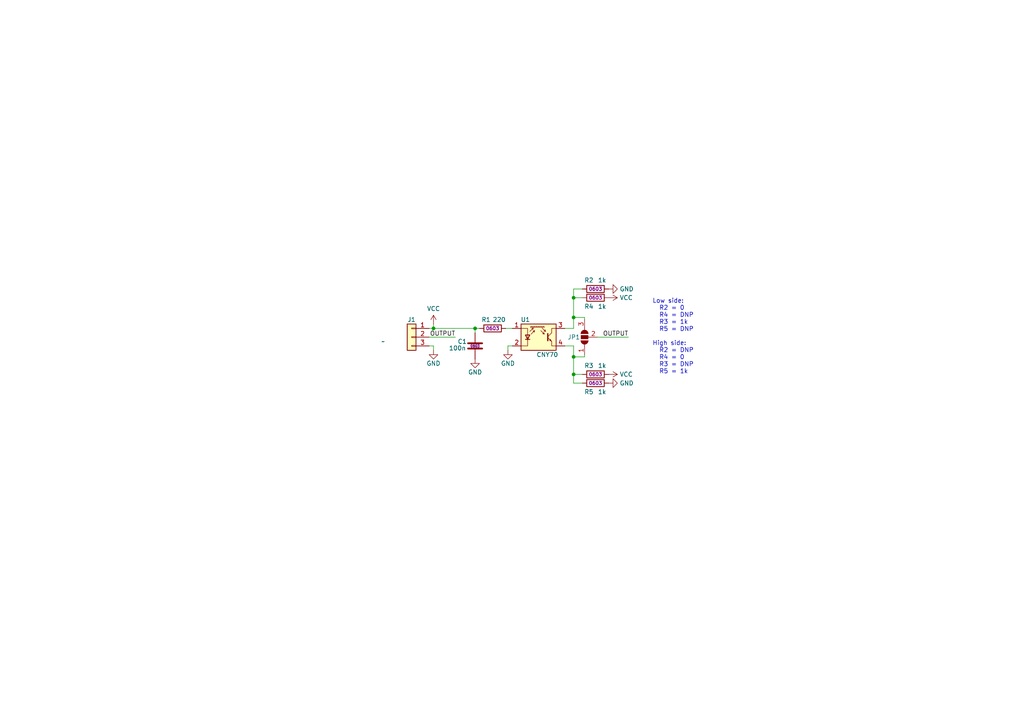
<source format=kicad_sch>
(kicad_sch (version 20230121) (generator eeschema)
  (paper "A4")
  (lib_symbols
    (symbol "Connector_Generic:Conn_01x03" (pin_names (offset 1.016) hide)
      (property "Reference" "J" (at 0 5.08 0))
      (property "Value" "Conn_01x03" (at 0 -5.08 0))
      (symbol "Conn_01x03_1_1"
        (rectangle (start -1.27 -2.413) (end 0 -2.667) (stroke (width 0.1524)))
        (rectangle (start -1.27 0.127) (end 0 -0.127) (stroke (width 0.1524)))
        (rectangle (start -1.27 2.667) (end 0 2.413) (stroke (width 0.1524)))
        (rectangle (start -1.27 3.81) (end 1.27 -3.81) (stroke (width 0.254)) (fill (type background)))
        (pin passive line (at -5.08 2.54 0) (length 3.81) (name "Pin_1") (number "1"))
        (pin passive line (at -5.08 0 0) (length 3.81) (name "Pin_2") (number "2"))
        (pin passive line (at -5.08 -2.54 0) (length 3.81) (name "Pin_3") (number "3"))
      )
    )
    (symbol "Device:C" (pin_numbers hide) (pin_names (offset 0.254))
      (property "Reference" "C" (at 0.635 2.54 0))
      (property "Value" "C" (at 0.635 -2.54 0))
      (symbol "C_0_1"
        (polyline (pts (xy -2.032 -0.762) (xy 2.032 -0.762)) (stroke (width 0.508)))
        (polyline (pts (xy -2.032 0.762) (xy 2.032 0.762)) (stroke (width 0.508)))
      )
      (symbol "C_1_1"
        (pin passive line (at 0 3.81 270) (length 2.794) (name "~") (number "1"))
        (pin passive line (at 0 -3.81 90) (length 2.794) (name "~") (number "2"))
      )
    )
    (symbol "Device:R" (pin_numbers hide) (pin_names (offset 0))
      (property "Reference" "R" (at 2.032 0 90))
      (property "Value" "R" (at 0 0 90))
      (symbol "R_0_1"
        (rectangle (start -1.016 -2.54) (end 1.016 2.54) (stroke (width 0.254)))
      )
      (symbol "R_1_1"
        (pin passive line (at 0 3.81 270) (length 1.27) (name "~") (number "1"))
        (pin passive line (at 0 -3.81 90) (length 1.27) (name "~") (number "2"))
      )
    )
    (symbol "Jumper:SolderJumper_3_Open" (pin_names (offset 0) hide)
      (property "Reference" "JP" (at -2.54 -2.54 0))
      (property "Value" "SolderJumper_3_Open" (at 0 2.794 0))
      (symbol "SolderJumper_3_Open_0_1"
        (arc (start -1.016 1.016) (mid -2.0276 0) (end -1.016 -1.016))
        (arc (start -1.016 1.016) (mid -2.0276 0) (end -1.016 -1.016) (fill (type outline)))
        (rectangle (start -0.508 1.016) (end 0.508 -1.016) (fill (type outline)))
        (polyline (pts (xy -2.54 0) (xy -2.032 0)))
        (polyline (pts (xy -1.016 1.016) (xy -1.016 -1.016)))
        (polyline (pts (xy 0 -1.27) (xy 0 -1.016)))
        (polyline (pts (xy 1.016 1.016) (xy 1.016 -1.016)))
        (polyline (pts (xy 2.54 0) (xy 2.032 0)))
        (arc (start 1.016 -1.016) (mid 2.0276 0) (end 1.016 1.016))
        (arc (start 1.016 -1.016) (mid 2.0276 0) (end 1.016 1.016) (fill (type outline)))
      )
      (symbol "SolderJumper_3_Open_1_1"
        (pin passive line (at -5.08 0 0) (length 2.54) (name "A") (number "1"))
        (pin passive line (at 0 -3.81 90) (length 2.54) (name "C") (number "2"))
        (pin passive line (at 5.08 0 180) (length 2.54) (name "B") (number "3"))
      )
    )
    (symbol "Sensor_Proximity:CNY70" (pin_names (offset 1.016) hide)
      (property "Reference" "U" (at -5.08 5.08 0))
      (property "Value" "CNY70" (at 5.08 5.08 0))
      (symbol "CNY70_0_1"
        (polyline (pts (xy -3.81 -0.635) (xy -2.54 -0.635)) (stroke (width 0.254)))
        (polyline (pts (xy -2.286 2.921) (xy -2.032 3.175)))
        (polyline (pts (xy -1.778 2.921) (xy -1.524 3.175)))
        (polyline (pts (xy -1.524 2.667) (xy -1.651 2.159)))
        (polyline (pts (xy -1.27 2.921) (xy -1.016 3.175)))
        (polyline (pts (xy -1.143 1.905) (xy -1.27 1.397)))
        (polyline (pts (xy -0.762 2.921) (xy -0.508 3.175)))
        (polyline (pts (xy -0.254 2.921) (xy 0 3.175)))
        (polyline (pts (xy 0.254 2.921) (xy 0.508 3.175)))
        (polyline (pts (xy 0.762 2.921) (xy 1.016 3.175)))
        (polyline (pts (xy 1.27 2.921) (xy 1.524 3.175)))
        (polyline (pts (xy 1.651 0.889) (xy 1.143 1.016)))
        (polyline (pts (xy 1.778 2.921) (xy -2.413 2.921)))
        (polyline (pts (xy 2.032 1.651) (xy 1.524 1.778)))
        (polyline (pts (xy 2.667 -0.127) (xy 3.81 -1.27)))
        (polyline (pts (xy 2.667 0.127) (xy 3.81 1.27)))
        (polyline (pts (xy -2.54 1.651) (xy -1.524 2.667) (xy -2.032 2.54)))
        (polyline (pts (xy -2.159 0.889) (xy -1.143 1.905) (xy -1.651 1.778)))
        (polyline (pts (xy 0.635 1.905) (xy 1.651 0.889) (xy 1.524 1.397)))
        (polyline (pts (xy 1.016 2.667) (xy 2.032 1.651) (xy 1.905 2.159)))
        (polyline (pts (xy 2.667 1.016) (xy 2.667 -1.016) (xy 2.667 -1.016)) (stroke (width 0.3556)))
        (polyline (pts (xy 3.81 -1.27) (xy 3.81 -2.54) (xy 5.08 -2.54)))
        (polyline (pts (xy 3.81 1.27) (xy 3.81 2.54) (xy 5.08 2.54)))
        (polyline (pts (xy -5.08 -2.54) (xy -3.175 -2.54) (xy -3.175 2.54) (xy -5.08 2.54)))
        (polyline (pts (xy -3.175 -0.635) (xy -3.81 0.635) (xy -2.54 0.635) (xy -3.175 -0.635)) (stroke (width 0.254)))
        (polyline (pts (xy 3.683 -1.143) (xy 3.429 -0.635) (xy 3.175 -0.889) (xy 3.683 -1.143)))
        (polyline (pts (xy -5.08 -3.81) (xy 5.08 -3.81) (xy 5.08 3.81) (xy -5.08 3.81) (xy -5.08 -3.81)) (stroke (width 0.254)) (fill (type background)))
      )
      (symbol "CNY70_1_1"
        (pin passive line (at -7.62 2.54 0) (length 2.54) (name "A") (number "1"))
        (pin passive line (at -7.62 -2.54 0) (length 2.54) (name "K") (number "2"))
        (pin open_collector line (at 7.62 2.54 180) (length 2.54) (name "C") (number "3"))
        (pin open_emitter line (at 7.62 -2.54 180) (length 2.54) (name "E") (number "4"))
      )
    )
    (symbol "power:GND" (power) (pin_names (offset 0))
      (property "Value" "GND" (at 0 -3.81 0))
      (symbol "GND_0_1"
        (polyline (pts (xy 0 0) (xy 0 -1.27) (xy 1.27 -1.27) (xy 0 -2.54) (xy -1.27 -1.27) (xy 0 -1.27)))
      )
      (symbol "GND_1_1"
        (pin power_in line (at 0 0 270) (length 0) hide (name "GND") (number "1"))
      )
    )
    (symbol "power:VCC" (power) (pin_names (offset 0))
      (property "Value" "VCC" (at 0 3.81 0))
      (symbol "VCC_0_1"
        (polyline (pts (xy -0.762 1.27) (xy 0 2.54)))
        (polyline (pts (xy 0 0) (xy 0 2.54)))
        (polyline (pts (xy 0 2.54) (xy 0.762 1.27)))
      )
      (symbol "VCC_1_1"
        (pin power_in line (at 0 0 90) (length 0) hide (name "VCC") (number "1"))
      )
    )
  )
  (junction (at 166.37 103.505))
  (junction (at 166.37 86.36))
  (junction (at 137.795 95.25))
  (junction (at 125.73 95.25))
  (junction (at 166.37 108.585))
  (junction (at 166.37 92.075))
  (wire (pts (xy 148.59 100.33) (xy 147.32 100.33)))
  (wire (pts (xy 168.91 83.82) (xy 166.37 83.82)))
  (wire (pts (xy 125.73 100.33) (xy 124.46 100.33)))
  (wire (pts (xy 166.37 108.585) (xy 166.37 111.125)))
  (wire (pts (xy 163.83 95.25) (xy 166.37 95.25)))
  (wire (pts (xy 163.83 100.33) (xy 166.37 100.33)))
  (wire (pts (xy 169.545 92.075) (xy 166.37 92.075)))
  (wire (pts (xy 166.37 111.125) (xy 168.91 111.125)))
  (wire (pts (xy 137.795 95.25) (xy 139.065 95.25)))
  (wire (pts (xy 166.37 103.505) (xy 166.37 108.585)))
  (wire (pts (xy 124.46 97.79) (xy 132.08 97.79)))
  (wire (pts (xy 166.37 86.36) (xy 166.37 92.075)))
  (wire (pts (xy 125.73 93.98) (xy 125.73 95.25)))
  (wire (pts (xy 124.46 95.25) (xy 125.73 95.25)))
  (wire (pts (xy 166.37 92.075) (xy 166.37 95.25)))
  (wire (pts (xy 147.32 100.33) (xy 147.32 101.6)))
  (wire (pts (xy 146.685 95.25) (xy 148.59 95.25)))
  (wire (pts (xy 166.37 108.585) (xy 168.91 108.585)))
  (wire (pts (xy 166.37 100.33) (xy 166.37 103.505)))
  (wire (pts (xy 169.545 92.71) (xy 169.545 92.075)))
  (wire (pts (xy 166.37 103.505) (xy 169.545 103.505)))
  (wire (pts (xy 125.73 101.6) (xy 125.73 100.33)))
  (wire (pts (xy 168.91 86.36) (xy 166.37 86.36)))
  (wire (pts (xy 169.545 102.87) (xy 169.545 103.505)))
  (wire (pts (xy 173.355 97.79) (xy 182.245 97.79)))
  (wire (pts (xy 166.37 83.82) (xy 166.37 86.36)))
  (wire (pts (xy 137.795 96.52) (xy 137.795 95.25)))
  (wire (pts (xy 125.73 95.25) (xy 137.795 95.25)))
  (text "Low side:\n  R2 = 0\n  R4 = DNP\n  R3 = 1k\n  R5 = DNP\n\nHigh side:\n  R2 = DNP\n  R4 = 0\n  R3 = DNP\n  R5 = 1k\n" (at 189.23 108.585 0) (effects (font (size 1.27 1.27)) (justify left bottom)))
  (label "OUTPUT" (at 182.245 97.79 180))
  (label "OUTPUT" (at 132.08 97.79 180))
  (symbol (lib_id "power:VCC") (at 176.53 86.36 270) (unit 1)
    (property "Reference" "#PWR06" (effects hide))
    (property "Value" "VCC" (at 179.705 86.36 90) (effects (justify left)))
  )
  (symbol (lib_id "power:VCC") (at 176.53 108.585 270) (unit 1)
    (property "Reference" "#PWR07" (effects hide))
    (property "Value" "VCC" (at 179.705 108.585 90) (effects (justify left)))
  )
  (symbol (lib_id "Jumper:SolderJumper_3_Open") (at 169.545 97.79 90) (unit 1)
    (property "Reference" "JP1" (at 168.275 97.79 90) (effects (justify left)))
    (property "Value" "SolderJumper_3_Open" (effects hide))
    (property "Footprint" "Jumper:SolderJumper-3_P1.3mm_Open_RoundedPad1.0x1.5mm" (effects hide))
  )
  (symbol (lib_id "Device:R") (at 142.875 95.25 90) (unit 1)
    (property "Reference" "R1" (at 140.97 92.71 90))
    (property "Value" "220" (at 144.78 92.71 90))
    (property "Footprint" "Resistor_SMD:R_0603_1608Metric" (effects hide))
    (property "Size" "0603" (at 142.875 95.25 90) (effects (font (size 1 1))))
  )
  (symbol (lib_id "Device:R") (at 172.72 111.125 270) (unit 1)
    (property "Reference" "R5" (at 170.815 113.665 90))
    (property "Value" "1k" (at 174.625 113.665 90))
    (property "Footprint" "Resistor_SMD:R_0603_1608Metric" (effects hide))
    (property "Size" "0603" (at 172.72 111.125 90) (effects (font (size 1 1))))
  )
  (symbol (lib_id "Sensor_Proximity:CNY70") (at 156.21 97.79 0) (unit 1)
    (property "Reference" "U1" (at 152.4 92.71 0))
    (property "Value" "CNY70" (at 158.75 102.87 0))
    (property "Footprint" "OptoDevice:Vishay_CNY70" (effects hide))
    (property "Datasheet" "https://www.vishay.com/docs/83751/cny70.pdf" (effects hide))
  )
  (symbol (lib_id "power:GND") (at 176.53 111.125 90) (unit 1)
    (property "Reference" "#PWR04" (effects hide))
    (property "Value" "GND" (at 179.705 111.125 90) (effects (justify right)))
  )
  (symbol (lib_id "Device:R") (at 172.72 86.36 90) (unit 1)
    (property "Reference" "R4" (at 170.815 88.9 90))
    (property "Value" "1k" (at 174.625 88.9 90))
    (property "Footprint" "Resistor_SMD:R_0603_1608Metric" (effects hide))
    (property "Size" "0603" (at 172.72 86.36 90) (effects (font (size 1 1))))
  )
  (symbol (lib_id "Device:R") (at 172.72 83.82 270) (unit 1)
    (property "Reference" "R2" (at 170.815 81.28 90))
    (property "Value" "1k" (at 174.625 81.28 90))
    (property "Footprint" "Resistor_SMD:R_0603_1608Metric" (effects hide))
    (property "Size" "0603" (at 172.72 83.82 90) (effects (font (size 1 1))))
  )
  (symbol (lib_id "power:GND") (at 176.53 83.82 90) (unit 1)
    (property "Reference" "#PWR05" (effects hide))
    (property "Value" "GND" (at 179.705 83.82 90) (effects (justify right)))
  )
  (symbol (lib_id "Device:C") (at 137.795 100.33 0) (unit 1)
    (property "Reference" "C1" (at 132.715 99.06 0) (effects (justify left)))
    (property "Value" "100n" (at 130.175 100.965 0) (effects (justify left)))
    (property "Footprint" "Capacitor_SMD:C_0603_1608Metric" (effects hide))
    (property "Size" "0603" (at 136.4051 100.3436 0) (effects (font (size 0.7 0.7)) (justify left)))
  )
  (symbol (lib_id "power:VCC") (at 125.73 93.98 0) (unit 1)
    (property "Reference" "#PWR08" (effects hide))
    (property "Value" "VCC" (at 125.73 89.535 0))
  )
  (symbol (lib_id "Connector_Generic:Conn_01x03") (at 119.38 97.79 0) (mirror y) (unit 1)
    (property "Reference" "J1" (at 119.38 92.71 0))
    (property "Value" "~" (at 111.125 99.06 0))
    (property "Footprint" "Connector_PinHeader_2.54mm:PinHeader_1x03_P2.54mm_Vertical" (effects hide))
  )
  (symbol (lib_id "power:GND") (at 137.795 104.14 0) (unit 1)
    (property "Reference" "#PWR01" (effects hide))
    (property "Value" "GND" (at 137.795 107.95 0))
  )
  (symbol (lib_id "Device:R") (at 172.72 108.585 90) (unit 1)
    (property "Reference" "R3" (at 170.815 106.045 90))
    (property "Value" "1k" (at 174.625 106.045 90))
    (property "Footprint" "Resistor_SMD:R_0603_1608Metric" (effects hide))
    (property "Size" "0603" (at 172.72 108.585 90) (effects (font (size 1 1))))
  )
  (symbol (lib_id "power:GND") (at 147.32 101.6 0) (unit 1)
    (property "Reference" "#PWR02" (effects hide))
    (property "Value" "GND" (at 147.32 105.41 0))
  )
  (symbol (lib_id "power:GND") (at 125.73 101.6 0) (unit 1)
    (property "Reference" "#PWR03" (effects hide))
    (property "Value" "GND" (at 125.73 105.41 0))
  )
)
</source>
